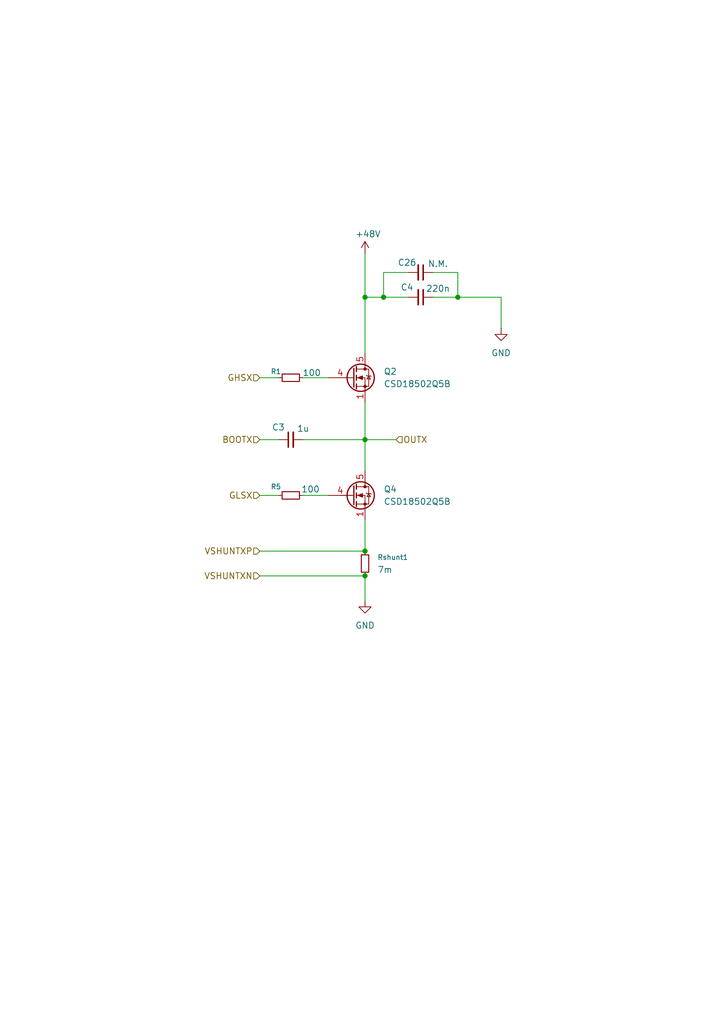
<source format=kicad_sch>
(kicad_sch (version 20250114) (generator "eeschema") (generator_version "9.0")
  (paper "A5" portrait)
  (lib_symbols
    (symbol "Device:C_Small" (pin_numbers (hide yes)) (pin_names (offset 0.254) (hide yes))
      (property "Reference" "C" (at 0.254 1.778 0))
      (property "Value" "C_Small" (at 0.254 -2.032 0))
      (symbol "C_Small_0_1"
        (polyline (pts (xy -1.524 0.508) (xy 1.524 0.508)) (stroke (width 0.3048)))
        (polyline (pts (xy -1.524 -0.508) (xy 1.524 -0.508)) (stroke (width 0.3302)))
      )
      (symbol "C_Small_1_1"
        (pin passive line (at 0 2.54 270) (length 2.032) (name "~") (number "1"))
        (pin passive line (at 0 -2.54 90) (length 2.032) (name "~") (number "2"))
      )
    )
    (symbol "Device:R_Small" (pin_numbers (hide yes)) (pin_names (offset 0.254) (hide yes))
      (property "Reference" "R" (at 0 0 90))
      (property "Value" "R_Small" (at 1.778 0 90))
      (symbol "R_Small_0_1"
        (rectangle (start -0.762 1.778) (end 0.762 -1.778) (stroke (width 0.2032)))
      )
      (symbol "R_Small_1_1"
        (pin passive line (at 0 2.54 270) (length 0.762) (name "~") (number "1"))
        (pin passive line (at 0 -2.54 90) (length 0.762) (name "~") (number "2"))
      )
    )
    (symbol "Transistor_FET:CSD18502Q5B" (pin_names (offset 0) (hide yes))
      (property "Reference" "Q" (at 5.08 1.905 0))
      (property "Value" "CSD18502Q5B" (at 5.08 0 0))
      (symbol "CSD18502Q5B_0_1"
        (polyline (pts (xy 0.254 1.905) (xy 0.254 -1.905)) (stroke (width 0.254)))
        (polyline (pts (xy 0.254 0) (xy -2.54 0)))
        (polyline (pts (xy 0.762 2.286) (xy 0.762 1.27)) (stroke (width 0.254)))
        (polyline (pts (xy 0.762 0.508) (xy 0.762 -0.508)) (stroke (width 0.254)))
        (polyline (pts (xy 0.762 -1.27) (xy 0.762 -2.286)) (stroke (width 0.254)))
        (polyline (pts (xy 0.762 -1.778) (xy 3.302 -1.778) (xy 3.302 1.778) (xy 0.762 1.778)))
        (polyline (pts (xy 1.016 0) (xy 2.032 0.381) (xy 2.032 -0.381) (xy 1.016 0)) (fill (type outline)))
        (circle (center 1.651 0) (radius 2.794) (stroke (width 0.254)))
        (polyline (pts (xy 2.54 2.54) (xy 2.54 1.778)))
        (circle (center 2.54 1.778) (radius 0.254) (fill (type outline)))
        (circle (center 2.54 -1.778) (radius 0.254) (fill (type outline)))
        (polyline (pts (xy 2.54 -2.54) (xy 2.54 0) (xy 0.762 0)))
        (polyline (pts (xy 2.794 0.508) (xy 2.921 0.381) (xy 3.683 0.381) (xy 3.81 0.254)))
        (polyline (pts (xy 3.302 0.381) (xy 2.921 -0.254) (xy 3.683 -0.254) (xy 3.302 0.381)))
      )
      (symbol "CSD18502Q5B_1_1"
        (pin input line (at -5.08 0 0) (length 5.08) (name "G") (number "4"))
        (pin passive line (at 2.54 5.08 270) (length 2.54) (name "D") (number "5"))
        (pin passive line (at 2.54 -5.08 90) (length 2.54) (name "S") (number "1"))
        (pin passive line (at 2.54 -5.08 90) (length 2.54) (hide yes) (name "S") (number "2"))
        (pin passive line (at 2.54 -5.08 90) (length 2.54) (hide yes) (name "S") (number "3"))
      )
    )
    (symbol "power:+24V" (power) (pin_numbers (hide yes)) (pin_names (offset 0) (hide yes))
      (property "Value" "+24V" (at 0 3.556 0))
      (symbol "+24V_0_1"
        (polyline (pts (xy -0.762 1.27) (xy 0 2.54)))
        (polyline (pts (xy 0 2.54) (xy 0.762 1.27)))
        (polyline (pts (xy 0 0) (xy 0 2.54)))
      )
      (symbol "+24V_1_1"
        (pin power_in line (at 0 0 90) (length 0) (name "~") (number "1"))
      )
    )
    (symbol "power:GND" (power) (pin_numbers (hide yes)) (pin_names (offset 0) (hide yes))
      (property "Value" "GND" (at 0 -3.81 0))
      (symbol "GND_0_1"
        (polyline (pts (xy 0 0) (xy 0 -1.27) (xy 1.27 -1.27) (xy 0 -2.54) (xy -1.27 -1.27) (xy 0 -1.27)))
      )
      (symbol "GND_1_1"
        (pin power_in line (at 0 0 270) (length 0) (name "~") (number "1"))
      )
    )
  )
  (junction (at 78.74 60.96))
  (junction (at 74.93 118.11))
  (junction (at 74.93 60.96))
  (junction (at 74.93 90.17))
  (junction (at 93.98 60.96))
  (junction (at 74.93 113.03))
  (wire (pts (xy 62.23 101.6) (xy 67.31 101.6)))
  (wire (pts (xy 88.9 55.88) (xy 93.98 55.88)))
  (wire (pts (xy 74.93 118.11) (xy 74.93 123.19)))
  (wire (pts (xy 53.34 101.6) (xy 57.15 101.6)))
  (wire (pts (xy 74.93 90.17) (xy 81.28 90.17)))
  (wire (pts (xy 93.98 60.96) (xy 102.87 60.96)))
  (wire (pts (xy 74.93 82.55) (xy 74.93 90.17)))
  (wire (pts (xy 74.93 106.68) (xy 74.93 113.03)))
  (wire (pts (xy 62.23 90.17) (xy 74.93 90.17)))
  (wire (pts (xy 74.93 90.17) (xy 74.93 96.52)))
  (wire (pts (xy 102.87 60.96) (xy 102.87 67.31)))
  (wire (pts (xy 74.93 52.07) (xy 74.93 60.96)))
  (wire (pts (xy 53.34 113.03) (xy 74.93 113.03)))
  (wire (pts (xy 53.34 90.17) (xy 57.15 90.17)))
  (wire (pts (xy 53.34 77.47) (xy 57.15 77.47)))
  (wire (pts (xy 88.9 60.96) (xy 93.98 60.96)))
  (wire (pts (xy 62.23 77.47) (xy 67.31 77.47)))
  (wire (pts (xy 78.74 55.88) (xy 78.74 60.96)))
  (wire (pts (xy 53.34 118.11) (xy 74.93 118.11)))
  (wire (pts (xy 93.98 55.88) (xy 93.98 60.96)))
  (wire (pts (xy 83.82 55.88) (xy 78.74 55.88)))
  (wire (pts (xy 74.93 60.96) (xy 78.74 60.96)))
  (wire (pts (xy 74.93 60.96) (xy 74.93 72.39)))
  (wire (pts (xy 78.74 60.96) (xy 83.82 60.96)))
  (hierarchical_label "OUTX" (shape input) (at 81.28 90.17 0))
  (hierarchical_label "VSHUNTXN" (shape input) (at 53.34 118.11 180))
  (hierarchical_label "GLSX" (shape input) (at 53.34 101.6 180))
  (hierarchical_label "BOOTX" (shape input) (at 53.34 90.17 180))
  (hierarchical_label "GHSX" (shape input) (at 53.34 77.47 180))
  (hierarchical_label "VSHUNTXP" (shape input) (at 53.34 113.03 180))
  (symbol (lib_id "power:+24V") (at 74.93 52.07 0) (unit 1)
    (property "Reference" "#PWR023" (effects (hide yes)))
    (property "Value" "+48V" (at 72.898 48.006 0) (effects (justify left)))
    (property "Description" "Power symbol creates a global label with name \"+24V\"" (effects (hide yes)))
    (instances (project "FOC_CONTROLLER_V2" (path "" (reference "#PWR03") (unit 1)) (path "" (reference "#PWR023") (unit 1)) (path "" (reference "#PWR06") (unit 1))))
  )
  (symbol (lib_id "Device:C_Small") (at 86.36 55.88 270) (unit 1)
    (property "Reference" "C25" (at 83.566 53.848 90))
    (property "Value" "N.M." (at 89.916 54.102 90))
    (property "Footprint" "Capacitor_SMD:C_1206_3216Metric_Pad1.33x1.80mm_HandSolder" (effects (hide yes)))
    (property "Datasheet" "https://www.we-online.com/components/products/datasheet/885342209003.pdf" (effects (hide yes)))
    (property "Description" "Unpolarized capacitor, small symbol" (effects (hide yes)))
    (instances (project "FOC_CONTROLLER_V2" (path "" (reference "C26") (unit 1)) (path "" (reference "C25") (unit 1)) (path "" (reference "C27") (unit 1))))
  )
  (symbol (lib_id "power:GND") (at 102.87 67.31 0) (unit 1)
    (property "Reference" "#PWR0101" (effects (hide yes)))
    (property "Value" "GND" (at 102.87 72.39 0))
    (property "Description" "Power symbol creates a global label with name \"GND\" , ground" (effects (hide yes)))
    (instances (project "FOC_CONTROLLER_V2" (path "" (reference "#PWR05") (unit 1)) (path "" (reference "#PWR0101") (unit 1)) (path "" (reference "#PWR010") (unit 1))))
  )
  (symbol (lib_id "Device:R_Small") (at 74.93 115.57 180) (unit 1)
    (property "Reference" "Rshunt3" (at 77.47 114.2999 0) (effects (font (size 1.016 1.016)) (justify right)))
    (property "Value" "7m" (at 77.47 116.8399 0) (effects (justify right)))
    (property "Footprint" "Resistor_SMD:R_2512_6332Metric_Pad1.40x3.35mm_HandSolder" (effects (hide yes)))
    (property "Datasheet" "https://www.we-online.com/components/products/datasheet/580060763005.pdf" (effects (hide yes)))
    (property "Description" "Resistor, small symbol" (effects (hide yes)))
    (instances (project "FOC_CONTROLLER_V2" (path "" (reference "Rshunt1") (unit 1)) (path "" (reference "Rshunt3") (unit 1)) (path "" (reference "Rshunt2") (unit 1))))
  )
  (symbol (lib_id "Device:C_Small") (at 59.69 90.17 90) (unit 1)
    (property "Reference" "C1" (at 57.15 87.63 90))
    (property "Value" "1u" (at 62.23 87.884 90))
    (property "Footprint" "Capacitor_SMD:C_1206_3216Metric" (effects (hide yes)))
    (property "Datasheet" "https://www.we-online.com/components/products/datasheet/885012208127.pdf" (effects (hide yes)))
    (property "Description" "Unpolarized capacitor, small symbol" (effects (hide yes)))
    (instances (project "FOC_CONTROLLER_V2" (path "" (reference "C3") (unit 1)) (path "" (reference "C1") (unit 1)) (path "" (reference "C5") (unit 1))))
  )
  (symbol (lib_id "power:GND") (at 74.93 123.19 0) (unit 1)
    (property "Reference" "#PWR0102" (effects (hide yes)))
    (property "Value" "GND" (at 74.93 128.27 0))
    (property "Description" "Power symbol creates a global label with name \"GND\" , ground" (effects (hide yes)))
    (instances (project "FOC_CONTROLLER_V2" (path "" (reference "#PWR04") (unit 1)) (path "" (reference "#PWR0102") (unit 1)) (path "" (reference "#PWR09") (unit 1))))
  )
  (symbol (lib_id "Device:C_Small") (at 86.36 60.96 270) (unit 1)
    (property "Reference" "C7" (at 83.566 58.928 90))
    (property "Value" "220n" (at 89.916 59.182 90))
    (property "Footprint" "Capacitor_SMD:C_1206_3216Metric_Pad1.33x1.80mm_HandSolder" (effects (hide yes)))
    (property "Datasheet" "https://www.we-online.com/components/products/datasheet/885342209003.pdf" (effects (hide yes)))
    (property "Description" "Unpolarized capacitor, small symbol" (effects (hide yes)))
    (instances (project "FOC_CONTROLLER_V2" (path "" (reference "C4") (unit 1)) (path "" (reference "C7") (unit 1)) (path "" (reference "C6") (unit 1))))
  )
  (symbol (lib_id "Device:R_Small") (at 59.69 101.6 90) (unit 1)
    (property "Reference" "R3" (at 56.642 99.822 90) (effects (font (size 1.016 1.016))))
    (property "Value" "100" (at 63.754 100.33 90))
    (property "Footprint" "Capacitor_SMD:C_0603_1608Metric" (effects (hide yes)))
    (property "Description" "Resistor, small symbol" (effects (hide yes)))
    (instances (project "FOC_CONTROLLER_V2" (path "" (reference "R5") (unit 1)) (path "" (reference "R3") (unit 1)) (path "" (reference "R7") (unit 1))))
  )
  (symbol (lib_id "Device:R_Small") (at 59.69 77.47 90) (unit 1)
    (property "Reference" "R4" (at 56.642 76.2 90) (effects (font (size 1.016 1.016))))
    (property "Value" "100" (at 64.008 76.454 90))
    (property "Footprint" "Capacitor_SMD:C_0603_1608Metric" (effects (hide yes)))
    (property "Description" "Resistor, small symbol" (effects (hide yes)))
    (instances (project "FOC_CONTROLLER_V2" (path "" (reference "R1") (unit 1)) (path "" (reference "R4") (unit 1)) (path "" (reference "R6") (unit 1))))
  )
  (symbol (lib_id "Transistor_FET:CSD18502Q5B") (at 72.39 77.47 0) (unit 1)
    (property "Reference" "Q3" (at 78.74 76.1999 0) (effects (justify left)))
    (property "Value" "CSD18502Q5B" (at 78.74 78.7399 0) (effects (justify left)))
    (property "Footprint" "Footprint:CSD18540Q5BT" (effects (hide yes)))
    (property "Datasheet" "http://www.ti.com/lit/gpn/csd18502q5b" (effects (hide yes)))
    (property "Description" "100A Id, 40V Vds, NexFET N-Channel Power MOSFET, 2.3mOhm Ron, 52nC Qg(typ), SON8 5x6mm" (effects (hide yes)))
    (instances (project "FOC_CONTROLLER_V2" (path "" (reference "Q2") (unit 1)) (path "" (reference "Q3") (unit 1)) (path "" (reference "Q5") (unit 1))))
  )
  (symbol (lib_id "Transistor_FET:CSD18502Q5B") (at 72.39 101.6 0) (unit 1)
    (property "Reference" "Q1" (at 78.74 100.3299 0) (effects (justify left)))
    (property "Value" "CSD18502Q5B" (at 78.74 102.8699 0) (effects (justify left)))
    (property "Footprint" "Footprint:CSD18540Q5BT" (effects (hide yes)))
    (property "Datasheet" "http://www.ti.com/lit/gpn/csd18502q5b" (effects (hide yes)))
    (property "Description" "100A Id, 40V Vds, NexFET N-Channel Power MOSFET, 2.3mOhm Ron, 52nC Qg(typ), SON8 5x6mm" (effects (hide yes)))
    (instances (project "FOC_CONTROLLER_V2" (path "" (reference "Q4") (unit 1)) (path "" (reference "Q1") (unit 1)) (path "" (reference "Q6") (unit 1))))
  )
)
</source>
